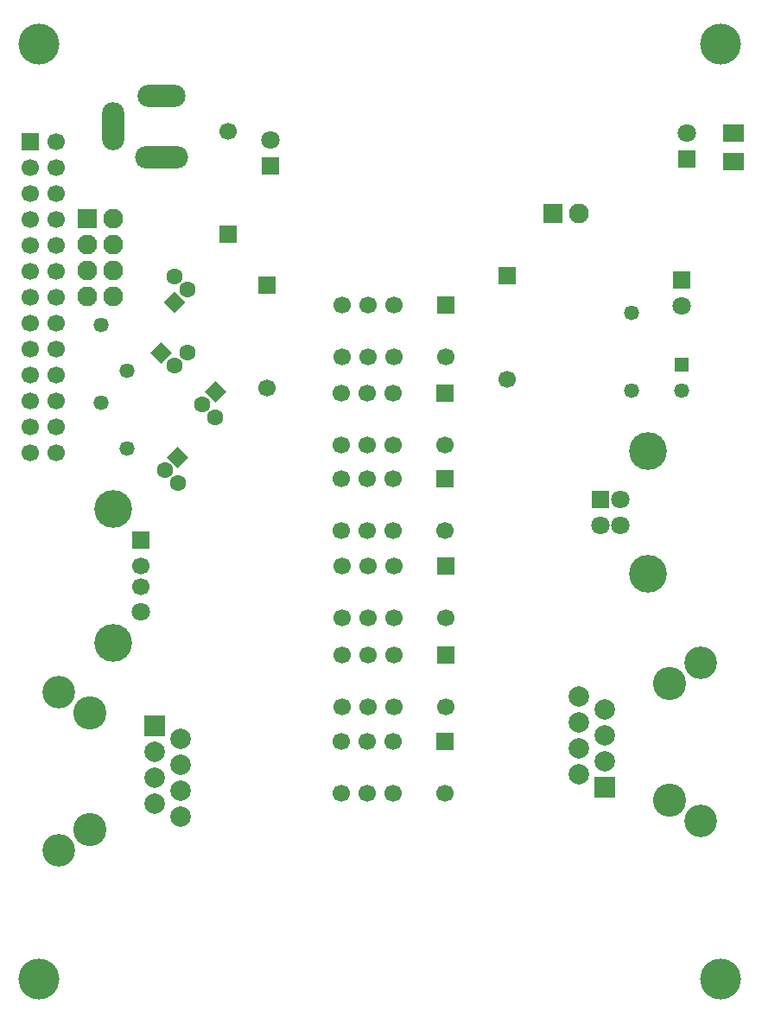
<source format=gbr>
G04 DipTrace 2.4.0.2*
%INBottomMask.gbr*%
%MOMM*%
%ADD36C,1.6*%
%ADD42R,1.8X1.8*%
%ADD43C,1.8*%
%ADD55C,4.0*%
%ADD56C,3.25*%
%ADD64C,1.47*%
%ADD66C,1.95*%
%ADD68R,1.95X1.95*%
%ADD70O,2.2X4.7*%
%ADD72O,5.2X2.2*%
%ADD74O,4.7X2.2*%
%ADD76C,3.7*%
%ADD79C,3.2*%
%ADD81C,2.0*%
%ADD82R,2.0X2.0*%
%ADD83R,1.47X1.47*%
%ADD85C,1.47*%
%ADD87C,1.7*%
%ADD89R,1.7X1.7*%
%ADD91R,2.0X1.8*%
%ADD93C,1.8*%
%FSLAX53Y53*%
G04*
G71*
G90*
G75*
G01*
%LNBotMask*%
%LPD*%
D42*
X26250Y83550D3*
D93*
Y86090D3*
D42*
X66570Y72420D3*
D93*
Y69880D3*
D42*
X67050Y84250D3*
D93*
Y86790D3*
D91*
X71700Y84050D3*
Y86850D3*
D89*
X22100Y76900D3*
D87*
Y87000D3*
D85*
X66550Y61550D3*
D83*
Y64090D3*
D89*
X49450Y72800D3*
D87*
Y62700D3*
D89*
X25900Y71900D3*
D87*
Y61800D3*
D55*
X70407Y95500D3*
X70400Y3907D3*
X3560Y3910D3*
X3557Y95503D3*
D82*
X59050Y22700D3*
D81*
X56510Y23970D3*
X59050Y25240D3*
X56510Y26510D3*
X59050Y27780D3*
X56510Y29050D3*
X59050Y30320D3*
X56510Y31590D3*
D79*
X68450Y19400D3*
Y34890D3*
D56*
X65400Y21430D3*
Y32860D3*
D42*
X58600Y50900D3*
D43*
Y48400D3*
X60600D3*
Y50900D3*
D76*
X63310Y43630D3*
Y55670D3*
D42*
X13600Y46900D3*
D87*
Y44400D3*
Y42400D3*
D43*
Y39900D3*
D76*
X10890Y49970D3*
Y36830D3*
D74*
X15600Y90450D3*
D72*
Y84450D3*
D70*
X10900Y87450D3*
D68*
X8300Y78400D3*
D66*
Y75860D3*
Y73320D3*
Y70780D3*
X10840D3*
Y73320D3*
Y75860D3*
Y78400D3*
D68*
X53950Y78950D3*
D66*
X56490D3*
D82*
X14950Y28700D3*
D81*
X17490Y27430D3*
X14950Y26160D3*
X17490Y24890D3*
X14950Y23620D3*
X17490Y22350D3*
X14950Y21080D3*
X17490Y19810D3*
D79*
X5550Y32000D3*
Y16510D3*
D56*
X8600Y29970D3*
Y18540D3*
D89*
X43400Y27200D3*
D87*
X38320D3*
X35780D3*
X33240D3*
Y22120D3*
X35780D3*
X38320D3*
X43400D3*
D89*
X43450Y35700D3*
D87*
X38370D3*
X35830D3*
X33290D3*
Y30620D3*
X35830D3*
X38370D3*
X43450D3*
D89*
Y44350D3*
D87*
X38370D3*
X35830D3*
X33290D3*
Y39270D3*
X35830D3*
X38370D3*
X43450D3*
D89*
X43400Y52900D3*
D87*
X38320D3*
X35780D3*
X33240D3*
Y47820D3*
X35780D3*
X38320D3*
X43400D3*
D89*
X43350Y61350D3*
D87*
X38270D3*
X35730D3*
X33190D3*
Y56270D3*
X35730D3*
X38270D3*
X43350D3*
D89*
X43450Y69950D3*
D87*
X38370D3*
X35830D3*
X33290D3*
Y64870D3*
X35830D3*
X38370D3*
X43450D3*
D36*
X17177Y52483D3*
X15907Y53753D3*
G36*
X16135Y55023D2*
X17177Y56065D1*
X18218Y55023D1*
X17177Y53982D1*
X16135Y55023D1*
G37*
D36*
X16877Y72790D3*
X18147Y71520D3*
G36*
X17918Y70250D2*
X16877Y69209D1*
X15835Y70250D1*
X16877Y71291D1*
X17918Y70250D1*
G37*
D36*
X20893Y58923D3*
X19623Y60193D3*
G36*
X19852Y61463D2*
X20893Y62505D1*
X21935Y61463D1*
X20893Y60422D1*
X19852Y61463D1*
G37*
D36*
X18130Y65277D3*
X16860Y64007D3*
G36*
X15590Y64235D2*
X14549Y65277D1*
X15590Y66318D1*
X16631Y65277D1*
X15590Y64235D1*
G37*
D85*
X61650Y69200D3*
D64*
Y61580D3*
D85*
X12200Y55900D3*
D64*
Y63520D3*
D85*
X9650Y68000D3*
D64*
Y60380D3*
D89*
X2700Y85950D3*
D87*
Y83410D3*
Y80870D3*
Y78330D3*
Y75790D3*
Y73250D3*
Y70710D3*
Y68170D3*
Y65630D3*
Y63090D3*
Y60550D3*
Y58010D3*
Y55470D3*
X5240Y85950D3*
Y83410D3*
Y80870D3*
Y78330D3*
Y75790D3*
Y73250D3*
Y70710D3*
Y68170D3*
Y65630D3*
Y63090D3*
Y60550D3*
Y58010D3*
Y55470D3*
M02*

</source>
